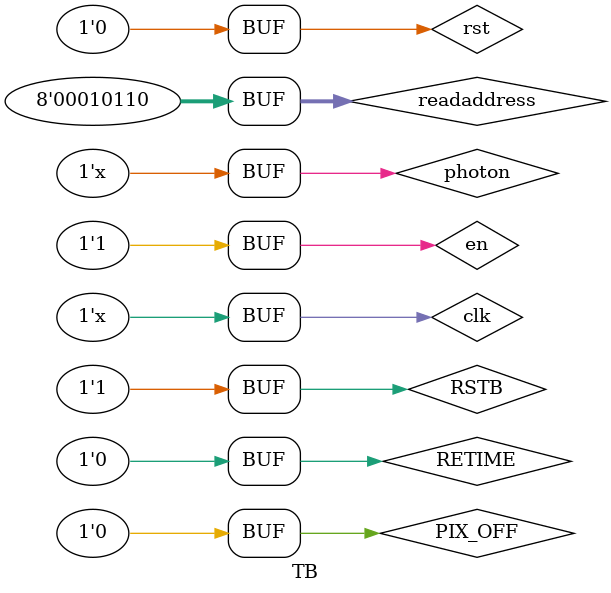
<source format=v>
`timescale 1ns / 1ps
`include "SPAD_chip_emul_photon.v"
`include "FSM01_SINGLEPIXREAD.v"

module TB();
	// Inputs to SPAD_chip_emul
	wire [7:0] ADDRESS;
	reg PIX_OFF;
	wire READ;
	reg RETIME;
	reg RSTB;
	wire SPAD_ON;
	wire  MEM_CLEAR;

	//internal registers
	reg [7:0] readaddress;
	reg en;
	reg clk;
	reg rst;
	reg photon;
	wire req_fifowr;

	// Outputs
	wire [4:0] SPADCOUNT;
	wire [31:0] spadcountsum;



	// Instantiate the Unit Under Test (UUT)
	SPAD_chip_emul_photon SPAD_chip_emul_photon_U0 (
		.PHOTON(photon),
		.ADDRESS(ADDRESS), 
		.MEM_CLEAR(MEM_CLEAR), 
		.PIX_OFF(PIX_OFF), 
		.READ(READ), 
		.RETIME(RETIME), 
		.RSTB(RSTB), 
		.SPAD_ON(SPAD_ON), 
		.DOUT(SPADCOUNT)
	);

	FSM01_SINGLEPIXREAD FSM01_SINGLEPIXREAD_U1(
		.ADDRESS(ADDRESS),
		.MEM_CLEAR(MEM_CLEAR),
		.READ(READ),
		.SPAD_ON(SPAD_ON),
		.DIN(SPADCOUNT),
		.readaddress(readaddress),
		.en(en),
		.clk(clk),
		.rst(rst),
		.dout(spadcountsum),
		.req_fifowr(req_fifowr)
	);

	initial begin
		// Initialize Inputs
		photon = 0;
		readaddress = 22;
		PIX_OFF = 0;
		RETIME = 0;
		RSTB = 0;
		rst = 0;
		clk = 0;
		// Wait 100 ns for global reset to finish
		#100 en = 1;
		#10 RSTB = 1;
	end
always #10 clk = ~clk;
always #200 photon=~photon;
      
endmodule



</source>
